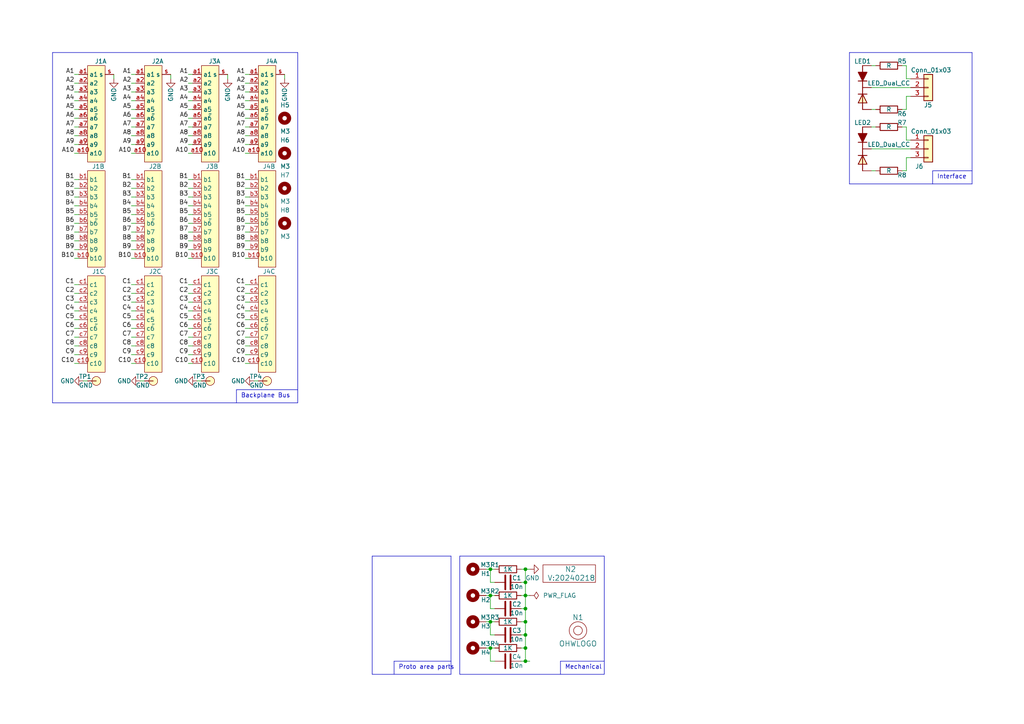
<source format=kicad_sch>
(kicad_sch (version 20231120) (generator "eeschema") (generator_version "8.0")
  (paper "A4")
  (lib_symbols
    (symbol "Connector_Generic:Conn_01x03" (pin_names (offset 1.016) hide)
      (property "Reference" "J" (at 0 5.08 0))
      (property "Value" "Conn_01x03" (at 0 -5.08 0))
      (symbol "Conn_01x03_1_1"
        (rectangle (start -1.27 -2.413) (end 0 -2.667) (stroke (width 0.1524)))
        (rectangle (start -1.27 0.127) (end 0 -0.127) (stroke (width 0.1524)))
        (rectangle (start -1.27 2.667) (end 0 2.413) (stroke (width 0.1524)))
        (rectangle (start -1.27 3.81) (end 1.27 -3.81) (stroke (width 0.254)) (fill (type background)))
        (pin passive line (at -5.08 2.54 0) (length 3.81) (name "Pin_1") (number "1"))
        (pin passive line (at -5.08 0 0) (length 3.81) (name "Pin_2") (number "2"))
        (pin passive line (at -5.08 -2.54 0) (length 3.81) (name "Pin_3") (number "3"))
      )
    )
    (symbol "Device:C" (pin_numbers hide) (pin_names (offset 0.254))
      (property "Reference" "C" (at 0.635 2.54 0))
      (property "Value" "C" (at 0.635 -2.54 0))
      (symbol "C_0_1"
        (polyline (pts (xy -2.032 -0.762) (xy 2.032 -0.762)) (stroke (width 0.508)))
        (polyline (pts (xy -2.032 0.762) (xy 2.032 0.762)) (stroke (width 0.508)))
      )
      (symbol "C_1_1"
        (pin passive line (at 0 3.81 270) (length 2.794) (name "~") (number "1"))
        (pin passive line (at 0 -3.81 90) (length 2.794) (name "~") (number "2"))
      )
    )
    (symbol "Device:R" (pin_numbers hide) (pin_names (offset 0))
      (property "Reference" "R" (at 2.032 0 90))
      (property "Value" "R" (at 0 0 90))
      (symbol "R_0_1"
        (rectangle (start -1.016 -2.54) (end 1.016 2.54) (stroke (width 0.254)))
      )
      (symbol "R_1_1"
        (pin passive line (at 0 3.81 270) (length 1.27) (name "~") (number "1"))
        (pin passive line (at 0 -3.81 90) (length 1.27) (name "~") (number "2"))
      )
    )
    (symbol "Mechanical:MountingHole" (pin_names (offset 1.016))
      (property "Reference" "H" (at 0 5.08 0))
      (property "Value" "MountingHole" (at 0 3.175 0))
      (symbol "MountingHole_0_1"
        (circle (center 0 0) (radius 1.27) (stroke (width 1.27)))
      )
    )
    (symbol "Mechanical:MountingHole_Pad" (pin_numbers hide) (pin_names (offset 1.016) hide)
      (property "Reference" "H" (at 0 6.35 0))
      (property "Value" "MountingHole_Pad" (at 0 4.445 0))
      (symbol "MountingHole_Pad_0_1"
        (circle (center 0 1.27) (radius 1.27) (stroke (width 1.27)))
      )
      (symbol "MountingHole_Pad_1_1"
        (pin input line (at 0 -2.54 90) (length 2.54) (name "1") (number "1"))
      )
    )
    (symbol "SquantorConnectors:DIN41612_03x10_ABC_screws"
      (property "Reference" "J" (at 0 15.24 0))
      (symbol "DIN41612_03x10_ABC_screws_1_1"
        (rectangle (start -2.54 13.97) (end 2.54 -13.97) (fill (type background)))
        (pin passive line (at -5.08 11.43 0) (length 2.54) (name "a1") (number "a1"))
        (pin passive line (at -5.08 -11.43 0) (length 2.54) (name "a10") (number "a10"))
        (pin passive line (at -5.08 8.89 0) (length 2.54) (name "a2") (number "a2"))
        (pin passive line (at -5.08 6.35 0) (length 2.54) (name "a3") (number "a3"))
        (pin passive line (at -5.08 3.81 0) (length 2.54) (name "a4") (number "a4"))
        (pin passive line (at -5.08 1.27 0) (length 2.54) (name "a5") (number "a5"))
        (pin passive line (at -5.08 -1.27 0) (length 2.54) (name "a6") (number "a6"))
        (pin passive line (at -5.08 -3.81 0) (length 2.54) (name "a7") (number "a7"))
        (pin passive line (at -5.08 -6.35 0) (length 2.54) (name "a8") (number "a8"))
        (pin passive line (at -5.08 -8.89 0) (length 2.54) (name "a9") (number "a9"))
        (pin passive line (at 5.08 11.43 180) (length 2.54) (name "s") (number "s"))
      )
      (symbol "DIN41612_03x10_ABC_screws_2_1"
        (rectangle (start -2.54 13.97) (end 2.54 -13.97) (fill (type background)))
        (pin passive line (at -5.08 11.43 0) (length 2.54) (name "b1") (number "b1"))
        (pin passive line (at -5.08 -11.43 0) (length 2.54) (name "b10") (number "b10"))
        (pin passive line (at -5.08 8.89 0) (length 2.54) (name "b2") (number "b2"))
        (pin passive line (at -5.08 6.35 0) (length 2.54) (name "b3") (number "b3"))
        (pin passive line (at -5.08 3.81 0) (length 2.54) (name "b4") (number "b4"))
        (pin passive line (at -5.08 1.27 0) (length 2.54) (name "b5") (number "b5"))
        (pin passive line (at -5.08 -1.27 0) (length 2.54) (name "b6") (number "b6"))
        (pin passive line (at -5.08 -3.81 0) (length 2.54) (name "b7") (number "b7"))
        (pin passive line (at -5.08 -6.35 0) (length 2.54) (name "b8") (number "b8"))
        (pin passive line (at -5.08 -8.89 0) (length 2.54) (name "b9") (number "b9"))
      )
      (symbol "DIN41612_03x10_ABC_screws_3_1"
        (rectangle (start -2.54 13.97) (end 2.54 -13.97) (fill (type background)))
        (pin passive line (at -5.08 11.43 0) (length 2.54) (name "c1") (number "c1"))
        (pin passive line (at -5.08 -11.43 0) (length 2.54) (name "c10") (number "c10"))
        (pin passive line (at -5.08 8.89 0) (length 2.54) (name "c2") (number "c2"))
        (pin passive line (at -5.08 6.35 0) (length 2.54) (name "c3") (number "c3"))
        (pin passive line (at -5.08 3.81 0) (length 2.54) (name "c4") (number "c4"))
        (pin passive line (at -5.08 1.27 0) (length 2.54) (name "c5") (number "c5"))
        (pin passive line (at -5.08 -1.27 0) (length 2.54) (name "c6") (number "c6"))
        (pin passive line (at -5.08 -3.81 0) (length 2.54) (name "c7") (number "c7"))
        (pin passive line (at -5.08 -6.35 0) (length 2.54) (name "c8") (number "c8"))
        (pin passive line (at -5.08 -8.89 0) (length 2.54) (name "c9") (number "c9"))
      )
    )
    (symbol "SquantorDevice:LED_Dual_CC" (pin_numbers hide) (pin_names hide)
      (property "Reference" "LED" (at 0 8.89 0))
      (property "Value" "LED_Dual_CC" (at 0 -8.89 0))
      (symbol "LED_Dual_CC_0_1"
        (polyline (pts (xy -1.27 -1.905) (xy 1.27 -1.905)) (stroke (width 0.254)))
        (polyline (pts (xy -1.27 1.905) (xy 1.27 1.905)) (stroke (width 0.254)))
        (polyline (pts (xy 0 6.35) (xy 0 -6.35)) (stroke (width 0.254)))
        (polyline (pts (xy 0 -1.905) (xy -1.27 -4.445) (xy 1.27 -4.445) (xy 0 -1.905)) (stroke (width 0.254)) (fill (type background)))
        (polyline (pts (xy 0 1.905) (xy 1.27 4.445) (xy -1.27 4.445) (xy 0 1.905)) (stroke (width 0.254)) (fill (type outline)))
      )
      (symbol "LED_Dual_CC_1_1"
        (pin passive line (at -2.54 6.35 0) (length 2.54) (name "A1") (number "1"))
        (pin passive line (at -2.54 0 0) (length 2.54) (name "C") (number "2"))
        (pin passive line (at -2.54 -6.35 0) (length 2.54) (name "A2") (number "3"))
      )
    )
    (symbol "SquantorLabels:OHWLOGO" (pin_names (offset 1.016))
      (property "Reference" "N" (at 0 3.81 0))
      (property "Value" "OHWLOGO" (at 0 -3.81 0))
      (symbol "OHWLOGO_0_1"
        (circle (center 0 0) (radius 1.27))
        (circle (center 0 0) (radius 2.54))
      )
    )
    (symbol "SquantorLabels:VYYYYMMDD" (pin_names (offset 1.016))
      (property "Reference" "N" (at 0 2.54 0))
      (property "Value" "VYYYYMMDD" (at 0 0 0))
      (symbol "VYYYYMMDD_0_1"
        (rectangle (start 7.62 -1.27) (end -7.62 3.81))
      )
    )
    (symbol "SquantorProto:testpad" (pin_numbers hide) (pin_names (offset 1.016) hide)
      (property "Reference" "TP" (at 0 2.54 0))
      (property "Value" "testpad" (at 0 -2.54 0))
      (symbol "testpad_0_1"
        (circle (center 0 0) (radius 1.27) (fill (type background)))
      )
      (symbol "testpad_1_1"
        (pin passive line (at -2.54 0 0) (length 2.54) (name "1") (number "1"))
      )
    )
    (symbol "power:GND" (power) (pin_names (offset 0))
      (property "Value" "GND" (at 0 -3.81 0))
      (symbol "GND_0_1"
        (polyline (pts (xy 0 0) (xy 0 -1.27) (xy 1.27 -1.27) (xy 0 -2.54) (xy -1.27 -1.27) (xy 0 -1.27)))
      )
      (symbol "GND_1_1"
        (pin power_in line (at 0 0 270) (length 0) hide (name "GND") (number "1"))
      )
    )
    (symbol "power:PWR_FLAG" (power) (pin_numbers hide) (pin_names (offset 0) hide)
      (property "Value" "PWR_FLAG" (at 0 3.81 0))
      (symbol "PWR_FLAG_0_0"
        (pin power_out line (at 0 0 90) (length 0) (name "pwr") (number "1"))
      )
      (symbol "PWR_FLAG_0_1"
        (polyline (pts (xy 0 0) (xy 0 1.27) (xy -1.016 1.905) (xy 0 2.54) (xy 1.016 1.905) (xy 0 1.27)))
      )
    )
  )
  (junction (at 152.4 172.72))
  (junction (at 142.24 165.1))
  (junction (at 152.4 187.96))
  (junction (at 142.24 187.96))
  (junction (at 142.24 180.34))
  (junction (at 152.4 180.34))
  (junction (at 152.4 165.1))
  (junction (at 152.4 168.91))
  (junction (at 152.4 191.77))
  (junction (at 152.4 184.15))
  (junction (at 152.4 176.53))
  (junction (at 142.24 172.72))
  (wire (pts (xy 38.1 100.33) (xy 39.37 100.33)))
  (wire (pts (xy 71.12 24.13) (xy 72.39 24.13)))
  (wire (pts (xy 152.4 191.77) (xy 153.67 191.77)))
  (wire (pts (xy 252.73 49.53) (xy 254 49.53)))
  (wire (pts (xy 152.4 172.72) (xy 152.4 176.53)))
  (wire (pts (xy 71.12 102.87) (xy 72.39 102.87)))
  (wire (pts (xy 54.61 69.85) (xy 55.88 69.85)))
  (wire (pts (xy 54.61 95.25) (xy 55.88 95.25)))
  (wire (pts (xy 262.89 49.53) (xy 262.89 45.72)))
  (polyline (pts (xy 86.36 113.03) (xy 68.58 113.03)))
  (wire (pts (xy 71.12 59.69) (xy 72.39 59.69)))
  (wire (pts (xy 38.1 29.21) (xy 39.37 29.21)))
  (wire (pts (xy 71.12 87.63) (xy 72.39 87.63)))
  (wire (pts (xy 71.12 34.29) (xy 72.39 34.29)))
  (wire (pts (xy 71.12 105.41) (xy 72.39 105.41)))
  (wire (pts (xy 262.89 36.83) (xy 261.62 36.83)))
  (wire (pts (xy 71.12 57.15) (xy 72.39 57.15)))
  (wire (pts (xy 38.1 72.39) (xy 39.37 72.39)))
  (wire (pts (xy 38.1 21.59) (xy 39.37 21.59)))
  (wire (pts (xy 49.53 21.59) (xy 49.53 22.86)))
  (polyline (pts (xy 270.51 49.53) (xy 270.51 53.34)))
  (wire (pts (xy 54.61 62.23) (xy 55.88 62.23)))
  (wire (pts (xy 54.61 64.77) (xy 55.88 64.77)))
  (wire (pts (xy 38.1 64.77) (xy 39.37 64.77)))
  (wire (pts (xy 71.12 90.17) (xy 72.39 90.17)))
  (polyline (pts (xy 162.56 195.58) (xy 162.56 191.77)))
  (polyline (pts (xy 114.3 191.77) (xy 114.3 195.58)))
  (wire (pts (xy 21.59 85.09) (xy 22.86 85.09)))
  (wire (pts (xy 21.59 21.59) (xy 22.86 21.59)))
  (wire (pts (xy 142.24 180.34) (xy 143.51 180.34)))
  (wire (pts (xy 151.13 184.15) (xy 152.4 184.15)))
  (wire (pts (xy 21.59 82.55) (xy 22.86 82.55)))
  (wire (pts (xy 21.59 59.69) (xy 22.86 59.69)))
  (polyline (pts (xy 281.94 53.34) (xy 281.94 15.24)))
  (wire (pts (xy 262.89 31.75) (xy 262.89 27.94)))
  (wire (pts (xy 21.59 41.91) (xy 22.86 41.91)))
  (wire (pts (xy 21.59 100.33) (xy 22.86 100.33)))
  (wire (pts (xy 262.89 45.72) (xy 264.16 45.72)))
  (wire (pts (xy 143.51 168.91) (xy 142.24 168.91)))
  (wire (pts (xy 21.59 31.75) (xy 22.86 31.75)))
  (wire (pts (xy 71.12 92.71) (xy 72.39 92.71)))
  (wire (pts (xy 152.4 172.72) (xy 153.67 172.72)))
  (wire (pts (xy 71.12 69.85) (xy 72.39 69.85)))
  (wire (pts (xy 54.61 31.75) (xy 55.88 31.75)))
  (wire (pts (xy 71.12 36.83) (xy 72.39 36.83)))
  (wire (pts (xy 38.1 52.07) (xy 39.37 52.07)))
  (wire (pts (xy 71.12 64.77) (xy 72.39 64.77)))
  (polyline (pts (xy 175.26 195.58) (xy 175.26 161.29)))
  (wire (pts (xy 152.4 176.53) (xy 152.4 180.34)))
  (wire (pts (xy 71.12 95.25) (xy 72.39 95.25)))
  (wire (pts (xy 252.73 25.4) (xy 264.16 25.4)))
  (wire (pts (xy 142.24 191.77) (xy 142.24 187.96)))
  (wire (pts (xy 21.59 72.39) (xy 22.86 72.39)))
  (wire (pts (xy 262.89 22.86) (xy 262.89 19.05)))
  (wire (pts (xy 54.61 26.67) (xy 55.88 26.67)))
  (wire (pts (xy 21.59 90.17) (xy 22.86 90.17)))
  (wire (pts (xy 142.24 165.1) (xy 143.51 165.1)))
  (wire (pts (xy 143.51 176.53) (xy 142.24 176.53)))
  (wire (pts (xy 71.12 85.09) (xy 72.39 85.09)))
  (wire (pts (xy 38.1 39.37) (xy 39.37 39.37)))
  (wire (pts (xy 21.59 87.63) (xy 22.86 87.63)))
  (wire (pts (xy 71.12 44.45) (xy 72.39 44.45)))
  (wire (pts (xy 21.59 62.23) (xy 22.86 62.23)))
  (wire (pts (xy 38.1 59.69) (xy 39.37 59.69)))
  (wire (pts (xy 71.12 100.33) (xy 72.39 100.33)))
  (wire (pts (xy 38.1 62.23) (xy 39.37 62.23)))
  (wire (pts (xy 54.61 54.61) (xy 55.88 54.61)))
  (wire (pts (xy 38.1 54.61) (xy 39.37 54.61)))
  (wire (pts (xy 54.61 90.17) (xy 55.88 90.17)))
  (wire (pts (xy 54.61 102.87) (xy 55.88 102.87)))
  (wire (pts (xy 142.24 184.15) (xy 143.51 184.15)))
  (wire (pts (xy 71.12 31.75) (xy 72.39 31.75)))
  (wire (pts (xy 38.1 36.83) (xy 39.37 36.83)))
  (wire (pts (xy 38.1 95.25) (xy 39.37 95.25)))
  (wire (pts (xy 38.1 67.31) (xy 39.37 67.31)))
  (wire (pts (xy 38.1 102.87) (xy 39.37 102.87)))
  (wire (pts (xy 66.04 21.59) (xy 66.04 22.86)))
  (wire (pts (xy 54.61 74.93) (xy 55.88 74.93)))
  (wire (pts (xy 252.73 36.83) (xy 254 36.83)))
  (wire (pts (xy 21.59 52.07) (xy 22.86 52.07)))
  (wire (pts (xy 252.73 19.05) (xy 254 19.05)))
  (wire (pts (xy 54.61 72.39) (xy 55.88 72.39)))
  (wire (pts (xy 142.24 172.72) (xy 142.24 176.53)))
  (wire (pts (xy 71.12 82.55) (xy 72.39 82.55)))
  (wire (pts (xy 54.61 29.21) (xy 55.88 29.21)))
  (polyline (pts (xy 130.81 195.58) (xy 107.95 195.58)))
  (wire (pts (xy 71.12 26.67) (xy 72.39 26.67)))
  (wire (pts (xy 73.66 110.49) (xy 74.93 110.49)))
  (wire (pts (xy 21.59 67.31) (xy 22.86 67.31)))
  (wire (pts (xy 21.59 95.25) (xy 22.86 95.25)))
  (wire (pts (xy 151.13 187.96) (xy 152.4 187.96)))
  (wire (pts (xy 152.4 187.96) (xy 152.4 191.77)))
  (wire (pts (xy 54.61 36.83) (xy 55.88 36.83)))
  (wire (pts (xy 152.4 168.91) (xy 152.4 165.1)))
  (wire (pts (xy 54.61 85.09) (xy 55.88 85.09)))
  (wire (pts (xy 142.24 172.72) (xy 143.51 172.72)))
  (wire (pts (xy 40.64 110.49) (xy 41.91 110.49)))
  (wire (pts (xy 38.1 34.29) (xy 39.37 34.29)))
  (wire (pts (xy 142.24 187.96) (xy 143.51 187.96)))
  (wire (pts (xy 21.59 44.45) (xy 22.86 44.45)))
  (polyline (pts (xy 162.56 191.77) (xy 175.26 191.77)))
  (wire (pts (xy 57.15 110.49) (xy 58.42 110.49)))
  (wire (pts (xy 264.16 40.64) (xy 262.89 40.64)))
  (wire (pts (xy 264.16 22.86) (xy 262.89 22.86)))
  (wire (pts (xy 262.89 27.94) (xy 264.16 27.94)))
  (wire (pts (xy 38.1 24.13) (xy 39.37 24.13)))
  (wire (pts (xy 38.1 41.91) (xy 39.37 41.91)))
  (polyline (pts (xy 246.38 53.34) (xy 281.94 53.34)))
  (wire (pts (xy 21.59 26.67) (xy 22.86 26.67)))
  (wire (pts (xy 262.89 19.05) (xy 261.62 19.05)))
  (wire (pts (xy 21.59 54.61) (xy 22.86 54.61)))
  (wire (pts (xy 71.12 67.31) (xy 72.39 67.31)))
  (wire (pts (xy 71.12 74.93) (xy 72.39 74.93)))
  (wire (pts (xy 38.1 85.09) (xy 39.37 85.09)))
  (wire (pts (xy 54.61 21.59) (xy 55.88 21.59)))
  (wire (pts (xy 54.61 97.79) (xy 55.88 97.79)))
  (wire (pts (xy 54.61 82.55) (xy 55.88 82.55)))
  (wire (pts (xy 151.13 172.72) (xy 152.4 172.72)))
  (wire (pts (xy 38.1 31.75) (xy 39.37 31.75)))
  (wire (pts (xy 252.73 31.75) (xy 254 31.75)))
  (wire (pts (xy 142.24 168.91) (xy 142.24 165.1)))
  (wire (pts (xy 152.4 184.15) (xy 152.4 187.96)))
  (polyline (pts (xy 15.24 15.24) (xy 15.24 116.84)))
  (wire (pts (xy 21.59 24.13) (xy 22.86 24.13)))
  (polyline (pts (xy 133.35 161.29) (xy 133.35 195.58)))
  (wire (pts (xy 54.61 100.33) (xy 55.88 100.33)))
  (wire (pts (xy 71.12 54.61) (xy 72.39 54.61)))
  (wire (pts (xy 142.24 180.34) (xy 142.24 184.15)))
  (wire (pts (xy 140.97 187.96) (xy 142.24 187.96)))
  (wire (pts (xy 152.4 191.77) (xy 151.13 191.77)))
  (wire (pts (xy 38.1 57.15) (xy 39.37 57.15)))
  (wire (pts (xy 71.12 72.39) (xy 72.39 72.39)))
  (wire (pts (xy 21.59 97.79) (xy 22.86 97.79)))
  (polyline (pts (xy 281.94 49.53) (xy 270.51 49.53)))
  (wire (pts (xy 262.89 40.64) (xy 262.89 36.83)))
  (wire (pts (xy 151.13 176.53) (xy 152.4 176.53)))
  (polyline (pts (xy 86.36 15.24) (xy 86.36 116.84)))
  (wire (pts (xy 21.59 105.41) (xy 22.86 105.41)))
  (wire (pts (xy 33.02 21.59) (xy 33.02 22.86)))
  (wire (pts (xy 71.12 29.21) (xy 72.39 29.21)))
  (wire (pts (xy 38.1 44.45) (xy 39.37 44.45)))
  (wire (pts (xy 143.51 191.77) (xy 142.24 191.77)))
  (wire (pts (xy 21.59 34.29) (xy 22.86 34.29)))
  (wire (pts (xy 38.1 26.67) (xy 39.37 26.67)))
  (polyline (pts (xy 15.24 15.24) (xy 86.36 15.24)))
  (wire (pts (xy 54.61 57.15) (xy 55.88 57.15)))
  (wire (pts (xy 140.97 165.1) (xy 142.24 165.1)))
  (polyline (pts (xy 130.81 191.77) (xy 114.3 191.77)))
  (wire (pts (xy 21.59 39.37) (xy 22.86 39.37)))
  (polyline (pts (xy 107.95 195.58) (xy 107.95 161.29)))
  (wire (pts (xy 21.59 57.15) (xy 22.86 57.15)))
  (polyline (pts (xy 175.26 161.29) (xy 133.35 161.29)))
  (wire (pts (xy 152.4 168.91) (xy 152.4 172.72)))
  (wire (pts (xy 21.59 36.83) (xy 22.86 36.83)))
  (wire (pts (xy 140.97 172.72) (xy 142.24 172.72)))
  (polyline (pts (xy 107.95 161.29) (xy 130.81 161.29)))
  (wire (pts (xy 38.1 82.55) (xy 39.37 82.55)))
  (polyline (pts (xy 246.38 15.24) (xy 246.38 53.34)))
  (wire (pts (xy 38.1 69.85) (xy 39.37 69.85)))
  (wire (pts (xy 71.12 21.59) (xy 72.39 21.59)))
  (wire (pts (xy 54.61 67.31) (xy 55.88 67.31)))
  (wire (pts (xy 71.12 62.23) (xy 72.39 62.23)))
  (wire (pts (xy 82.55 21.59) (xy 82.55 22.86)))
  (wire (pts (xy 54.61 92.71) (xy 55.88 92.71)))
  (wire (pts (xy 71.12 39.37) (xy 72.39 39.37)))
  (wire (pts (xy 21.59 102.87) (xy 22.86 102.87)))
  (wire (pts (xy 152.4 165.1) (xy 153.67 165.1)))
  (wire (pts (xy 54.61 44.45) (xy 55.88 44.45)))
  (wire (pts (xy 71.12 41.91) (xy 72.39 41.91)))
  (polyline (pts (xy 68.58 113.03) (xy 68.58 116.84)))
  (wire (pts (xy 38.1 97.79) (xy 39.37 97.79)))
  (wire (pts (xy 261.62 49.53) (xy 262.89 49.53)))
  (wire (pts (xy 54.61 52.07) (xy 55.88 52.07)))
  (wire (pts (xy 38.1 92.71) (xy 39.37 92.71)))
  (wire (pts (xy 54.61 41.91) (xy 55.88 41.91)))
  (wire (pts (xy 38.1 105.41) (xy 39.37 105.41)))
  (polyline (pts (xy 133.35 195.58) (xy 175.26 195.58)))
  (wire (pts (xy 152.4 180.34) (xy 152.4 184.15)))
  (wire (pts (xy 21.59 29.21) (xy 22.86 29.21)))
  (wire (pts (xy 38.1 90.17) (xy 39.37 90.17)))
  (wire (pts (xy 261.62 31.75) (xy 262.89 31.75)))
  (wire (pts (xy 24.13 110.49) (xy 25.4 110.49)))
  (wire (pts (xy 252.73 43.18) (xy 264.16 43.18)))
  (wire (pts (xy 140.97 180.34) (xy 142.24 180.34)))
  (wire (pts (xy 21.59 69.85) (xy 22.86 69.85)))
  (wire (pts (xy 151.13 180.34) (xy 152.4 180.34)))
  (wire (pts (xy 38.1 74.93) (xy 39.37 74.93)))
  (wire (pts (xy 151.13 168.91) (xy 152.4 168.91)))
  (wire (pts (xy 21.59 74.93) (xy 22.86 74.93)))
  (wire (pts (xy 54.61 59.69) (xy 55.88 59.69)))
  (polyline (pts (xy 281.94 15.24) (xy 246.38 15.24)))
  (wire (pts (xy 54.61 39.37) (xy 55.88 39.37)))
  (wire (pts (xy 21.59 64.77) (xy 22.86 64.77)))
  (wire (pts (xy 54.61 24.13) (xy 55.88 24.13)))
  (polyline (pts (xy 86.36 116.84) (xy 15.24 116.84)))
  (wire (pts (xy 38.1 87.63) (xy 39.37 87.63)))
  (polyline (pts (xy 130.81 161.29) (xy 130.81 195.58)))
  (wire (pts (xy 21.59 92.71) (xy 22.86 92.71)))
  (wire (pts (xy 54.61 105.41) (xy 55.88 105.41)))
  (wire (pts (xy 151.13 165.1) (xy 152.4 165.1)))
  (wire (pts (xy 71.12 97.79) (xy 72.39 97.79)))
  (wire (pts (xy 54.61 87.63) (xy 55.88 87.63)))
  (wire (pts (xy 54.61 34.29) (xy 55.88 34.29)))
  (wire (pts (xy 71.12 52.07) (xy 72.39 52.07)))
  (text "Proto area parts" (at 115.57 194.31 0) (effects (font (size 1.27 1.27)) (justify left bottom)))
  (text "Mechanical" (at 163.83 194.31 0) (effects (font (size 1.27 1.27)) (justify left bottom)))
  (text "Interface" (at 271.78 52.07 0) (effects (font (size 1.27 1.27)) (justify left bottom)))
  (text "Backplane Bus" (at 69.85 115.57 0) (effects (font (size 1.27 1.27)) (justify left bottom)))
  (label "B5" (at 71.12 62.23 180))
  (label "A10" (at 21.59 44.45 180))
  (label "B1" (at 71.12 52.07 180))
  (label "B8" (at 21.59 69.85 180))
  (label "A10" (at 38.1 44.45 180))
  (label "B8" (at 38.1 69.85 180))
  (label "B1" (at 21.59 52.07 180))
  (label "C10" (at 21.59 105.41 180))
  (label "C2" (at 71.12 85.09 180))
  (label "B2" (at 71.12 54.61 180))
  (label "A1" (at 21.59 21.59 180))
  (label "C2" (at 38.1 85.09 180))
  (label "C2" (at 54.61 85.09 180))
  (label "A4" (at 21.59 29.21 180))
  (label "A9" (at 21.59 41.91 180))
  (label "B3" (at 38.1 57.15 180))
  (label "C8" (at 38.1 100.33 180))
  (label "B3" (at 21.59 57.15 180))
  (label "A3" (at 71.12 26.67 180))
  (label "C8" (at 54.61 100.33 180))
  (label "C5" (at 71.12 92.71 180))
  (label "A3" (at 54.61 26.67 180))
  (label "A2" (at 54.61 24.13 180))
  (label "C3" (at 54.61 87.63 180))
  (label "A6" (at 21.59 34.29 180))
  (label "C1" (at 21.59 82.55 180))
  (label "B4" (at 38.1 59.69 180))
  (label "C4" (at 38.1 90.17 180))
  (label "C10" (at 71.12 105.41 180))
  (label "C3" (at 38.1 87.63 180))
  (label "C5" (at 38.1 92.71 180))
  (label "B10" (at 21.59 74.93 180))
  (label "C10" (at 54.61 105.41 180))
  (label "A4" (at 54.61 29.21 180))
  (label "A1" (at 71.12 21.59 180))
  (label "A5" (at 71.12 31.75 180))
  (label "A6" (at 71.12 34.29 180))
  (label "A3" (at 38.1 26.67 180))
  (label "C7" (at 71.12 97.79 180))
  (label "C9" (at 71.12 102.87 180))
  (label "C3" (at 71.12 87.63 180))
  (label "C5" (at 54.61 92.71 180))
  (label "A3" (at 21.59 26.67 180))
  (label "A2" (at 38.1 24.13 180))
  (label "B5" (at 38.1 62.23 180))
  (label "A2" (at 71.12 24.13 180))
  (label "B2" (at 38.1 54.61 180))
  (label "B8" (at 71.12 69.85 180))
  (label "C9" (at 38.1 102.87 180))
  (label "A9" (at 71.12 41.91 180))
  (label "C2" (at 21.59 85.09 180))
  (label "A5" (at 21.59 31.75 180))
  (label "C1" (at 71.12 82.55 180))
  (label "B9" (at 71.12 72.39 180))
  (label "A5" (at 38.1 31.75 180))
  (label "C6" (at 21.59 95.25 180))
  (label "A6" (at 38.1 34.29 180))
  (label "B10" (at 71.12 74.93 180))
  (label "B2" (at 54.61 54.61 180))
  (label "B1" (at 38.1 52.07 180))
  (label "B7" (at 54.61 67.31 180))
  (label "B6" (at 71.12 64.77 180))
  (label "A6" (at 54.61 34.29 180))
  (label "C9" (at 54.61 102.87 180))
  (label "B4" (at 71.12 59.69 180))
  (label "B5" (at 54.61 62.23 180))
  (label "A7" (at 38.1 36.83 180))
  (label "C9" (at 21.59 102.87 180))
  (label "C8" (at 21.59 100.33 180))
  (label "C4" (at 21.59 90.17 180))
  (label "C1" (at 38.1 82.55 180))
  (label "A2" (at 21.59 24.13 180))
  (label "C10" (at 38.1 105.41 180))
  (label "A8" (at 71.12 39.37 180))
  (label "B7" (at 38.1 67.31 180))
  (label "C6" (at 54.61 95.25 180))
  (label "B2" (at 21.59 54.61 180))
  (label "A7" (at 71.12 36.83 180))
  (label "A10" (at 54.61 44.45 180))
  (label "B3" (at 71.12 57.15 180))
  (label "B6" (at 21.59 64.77 180))
  (label "A4" (at 38.1 29.21 180))
  (label "A8" (at 54.61 39.37 180))
  (label "A9" (at 38.1 41.91 180))
  (label "C4" (at 71.12 90.17 180))
  (label "B8" (at 54.61 69.85 180))
  (label "B10" (at 54.61 74.93 180))
  (label "A1" (at 38.1 21.59 180))
  (label "B6" (at 54.61 64.77 180))
  (label "C5" (at 21.59 92.71 180))
  (label "A7" (at 54.61 36.83 180))
  (label "C7" (at 21.59 97.79 180))
  (label "A8" (at 38.1 39.37 180))
  (label "B9" (at 54.61 72.39 180))
  (label "C3" (at 21.59 87.63 180))
  (label "C7" (at 54.61 97.79 180))
  (label "B6" (at 38.1 64.77 180))
  (label "A4" (at 71.12 29.21 180))
  (label "B9" (at 21.59 72.39 180))
  (label "C7" (at 38.1 97.79 180))
  (label "C6" (at 71.12 95.25 180))
  (label "B5" (at 21.59 62.23 180))
  (label "B3" (at 54.61 57.15 180))
  (label "B7" (at 71.12 67.31 180))
  (label "A10" (at 71.12 44.45 180))
  (label "B4" (at 54.61 59.69 180))
  (label "C8" (at 71.12 100.33 180))
  (label "A9" (at 54.61 41.91 180))
  (label "A5" (at 54.61 31.75 180))
  (label "C1" (at 54.61 82.55 180))
  (label "B10" (at 38.1 74.93 180))
  (label "B9" (at 38.1 72.39 180))
  (label "A8" (at 21.59 39.37 180))
  (label "A7" (at 21.59 36.83 180))
  (label "B4" (at 21.59 59.69 180))
  (label "B7" (at 21.59 67.31 180))
  (label "C6" (at 38.1 95.25 180))
  (label "A1" (at 54.61 21.59 180))
  (label "B1" (at 54.61 52.07 180))
  (label "C4" (at 54.61 90.17 180))
  (symbol (lib_id "SquantorLabels:OHWLOGO") (at 167.64 182.88 0) (unit 1)
    (property "Reference" "N1" (at 167.64 179.07 0) (effects (font (size 1.524 1.524))))
    (property "Value" "OHWLOGO" (at 167.64 186.69 0) (effects (font (size 1.524 1.524))))
    (property "Footprint" "Symbol:OSHW-Symbol_6.7x6mm_SilkScreen" (effects (hide yes)))
  )
  (symbol (lib_id "SquantorLabels:VYYYYMMDD") (at 165.1 167.64 0) (unit 1)
    (property "Reference" "N2" (at 163.83 165.1 0) (effects (font (size 1.524 1.524)) (justify left)))
    (property "Value" "V:20240218" (at 158.75 167.64 0) (effects (font (size 1.524 1.524)) (justify left)))
    (property "Footprint" "SquantorLabels:Label_Generic" (effects (hide yes)))
  )
  (symbol (lib_id "Mechanical:MountingHole_Pad") (at 138.43 165.1 90) (unit 1)
    (property "Reference" "H1" (at 142.24 166.37 90) (effects (justify left)))
    (property "Value" "M3" (at 142.24 163.83 90) (effects (justify left)))
    (property "Footprint" "SquantorPcbOutline:MountingHole_3.2mm_M3_Pad_Via" (effects (hide yes)))
  )
  (symbol (lib_id "Mechanical:MountingHole_Pad") (at 138.43 172.72 90) (unit 1)
    (property "Reference" "H2" (at 142.24 173.99 90) (effects (justify left)))
    (property "Value" "M3" (at 142.24 171.45 90) (effects (justify left)))
    (property "Footprint" "SquantorPcbOutline:MountingHole_3.2mm_M3_Pad_Via" (effects (hide yes)))
  )
  (symbol (lib_id "Mechanical:MountingHole_Pad") (at 138.43 180.34 90) (unit 1)
    (property "Reference" "H3" (at 142.24 181.61 90) (effects (justify left)))
    (property "Value" "M3" (at 142.24 179.07 90) (effects (justify left)))
    (property "Footprint" "SquantorPcbOutline:MountingHole_3.2mm_M3_Pad_Via" (effects (hide yes)))
  )
  (symbol (lib_id "Mechanical:MountingHole_Pad") (at 138.43 187.96 90) (unit 1)
    (property "Reference" "H4" (at 142.24 189.23 90) (effects (justify left)))
    (property "Value" "M3" (at 142.24 186.69 90) (effects (justify left)))
    (property "Footprint" "SquantorPcbOutline:MountingHole_3.2mm_M3_Pad_Via" (effects (hide yes)))
  )
  (symbol (lib_id "power:GND") (at 73.66 110.49 270) (mirror x) (unit 1)
    (property "Reference" "#PWR08" (effects (hide yes)))
    (property "Value" "GND" (at 71.12 110.49 90) (effects (justify right)))
  )
  (symbol (lib_id "SquantorConnectors:DIN41612_03x10_ABC_screws") (at 44.45 33.02 0) (unit 1)
    (property "Reference" "J2" (at 45.72 17.78 0))
    (property "Value" "~" (at 44.45 33.02 0))
    (property "Footprint" "SquantorConnectors:DIN41612_C3_3x10_Female_Vertical_THT_shields" (effects (hide yes)))
  )
  (symbol (lib_id "Mechanical:MountingHole") (at 82.55 54.61 0) (unit 1)
    (property "Reference" "H7" (at 81.28 50.8 0) (effects (justify left)))
    (property "Value" "M3" (at 81.28 58.42 0) (effects (justify left)))
    (property "Footprint" "SquantorPcbOutline:MountingHole_3.2mm_M3_Pad_Via" (effects (hide yes)))
  )
  (symbol (lib_id "Device:C") (at 147.32 176.53 90) (unit 1)
    (property "Reference" "C2" (at 149.86 175.26 90))
    (property "Value" "10n" (at 149.86 177.8 90))
    (property "Footprint" "SquantorCapacitor:C_0805+0603" (effects (hide yes)))
  )
  (symbol (lib_id "SquantorConnectors:DIN41612_03x10_ABC_screws") (at 27.94 93.98 0) (unit 3)
    (property "Reference" "J1" (at 26.67 78.74 0) (effects (justify left)))
    (property "Value" "~" (at 27.94 93.98 0))
    (property "Footprint" "SquantorConnectors:DIN41612_C3_3x10_Female_Vertical_THT_shields" (effects (hide yes)))
  )
  (symbol (lib_id "SquantorConnectors:DIN41612_03x10_ABC_screws") (at 60.96 33.02 0) (unit 1)
    (property "Reference" "J3" (at 62.23 17.78 0))
    (property "Value" "~" (at 60.96 33.02 0))
    (property "Footprint" "SquantorConnectors:DIN41612_C3_3x10_Female_Vertical_THT_shields" (effects (hide yes)))
  )
  (symbol (lib_id "Mechanical:MountingHole") (at 82.55 34.29 0) (unit 1)
    (property "Reference" "H5" (at 81.28 30.48 0) (effects (justify left)))
    (property "Value" "M3" (at 81.28 38.1 0) (effects (justify left)))
    (property "Footprint" "SquantorPcbOutline:MountingHole_3.2mm_M3_Pad_Via" (effects (hide yes)))
  )
  (symbol (lib_id "Device:C") (at 147.32 184.15 90) (unit 1)
    (property "Reference" "C3" (at 149.86 182.88 90))
    (property "Value" "10n" (at 149.86 185.42 90))
    (property "Footprint" "SquantorCapacitor:C_0805+0603" (effects (hide yes)))
  )
  (symbol (lib_id "Device:R") (at 147.32 187.96 90) (unit 1)
    (property "Reference" "R4" (at 143.51 186.69 90))
    (property "Value" "1K" (at 147.32 187.96 90))
    (property "Footprint" "SquantorResistor:R_0805+0603" (effects (hide yes)))
  )
  (symbol (lib_id "Connector_Generic:Conn_01x03") (at 269.24 43.18 0) (unit 1)
    (property "Reference" "J6" (at 265.43 48.26 0) (effects (justify left)))
    (property "Value" "Conn_01x03" (at 264.16 38.1 0) (effects (justify left)))
    (property "Footprint" "Connector_JST:JST_PH_B3B-PH-K_1x03_P2.00mm_Vertical" (effects (hide yes)))
  )
  (symbol (lib_id "Mechanical:MountingHole") (at 82.55 64.77 0) (unit 1)
    (property "Reference" "H8" (at 81.28 60.96 0) (effects (justify left)))
    (property "Value" "M3" (at 81.28 68.58 0) (effects (justify left)))
    (property "Footprint" "SquantorPcbOutline:MountingHole_3.2mm_M3_Pad_Via" (effects (hide yes)))
  )
  (symbol (lib_id "Device:C") (at 147.32 168.91 90) (unit 1)
    (property "Reference" "C1" (at 149.86 167.64 90))
    (property "Value" "10n" (at 149.86 170.18 90))
    (property "Footprint" "SquantorCapacitor:C_0805+0603" (effects (hide yes)))
  )
  (symbol (lib_id "power:GND") (at 57.15 110.49 270) (mirror x) (unit 1)
    (property "Reference" "#PWR07" (effects (hide yes)))
    (property "Value" "GND" (at 54.61 110.49 90) (effects (justify right)))
  )
  (symbol (lib_id "SquantorConnectors:DIN41612_03x10_ABC_screws") (at 60.96 63.5 0) (unit 2)
    (property "Reference" "J3" (at 59.69 48.26 0) (effects (justify left)))
    (property "Value" "~" (at 60.96 63.5 0))
    (property "Footprint" "SquantorConnectors:DIN41612_C3_3x10_Female_Vertical_THT_shields" (effects (hide yes)))
  )
  (symbol (lib_id "SquantorProto:testpad") (at 44.45 110.49 0) (unit 1)
    (property "Reference" "TP2" (at 39.37 109.22 0) (effects (justify left)))
    (property "Value" "GND" (at 39.37 111.76 0) (effects (justify left)))
    (property "Footprint" "SquantorTestPoints:TestPoint_hole_H05R10" (effects (hide yes)))
  )
  (symbol (lib_id "Device:R") (at 147.32 172.72 90) (unit 1)
    (property "Reference" "R2" (at 143.51 171.45 90))
    (property "Value" "1K" (at 147.32 172.72 90))
    (property "Footprint" "SquantorResistor:R_0805+0603" (effects (hide yes)))
  )
  (symbol (lib_id "power:GND") (at 33.02 22.86 0) (mirror y) (unit 1)
    (property "Reference" "#PWR01" (effects (hide yes)))
    (property "Value" "GND" (at 33.02 25.4 90) (effects (justify right)))
  )
  (symbol (lib_id "Device:R") (at 257.81 36.83 90) (unit 1)
    (property "Reference" "R7" (at 261.62 35.56 90))
    (property "Value" "R" (at 257.81 36.83 90))
    (property "Footprint" "SquantorRcl:R_0603_hand" (effects (hide yes)))
  )
  (symbol (lib_id "SquantorConnectors:DIN41612_03x10_ABC_screws") (at 77.47 93.98 0) (unit 3)
    (property "Reference" "J4" (at 76.2 78.74 0) (effects (justify left)))
    (property "Value" "~" (at 77.47 93.98 0))
    (property "Footprint" "SquantorConnectors:DIN41612_C3_3x10_Female_Vertical_THT_shields" (effects (hide yes)))
  )
  (symbol (lib_id "SquantorProto:testpad") (at 77.47 110.49 0) (unit 1)
    (property "Reference" "TP4" (at 72.39 109.22 0) (effects (justify left)))
    (property "Value" "GND" (at 72.39 111.76 0) (effects (justify left)))
    (property "Footprint" "SquantorTestPoints:TestPoint_hole_H05R10" (effects (hide yes)))
  )
  (symbol (lib_id "Device:R") (at 257.81 19.05 90) (unit 1)
    (property "Reference" "R5" (at 261.62 17.78 90))
    (property "Value" "R" (at 257.81 19.05 90))
    (property "Footprint" "SquantorRcl:R_0603_hand" (effects (hide yes)))
  )
  (symbol (lib_id "SquantorProto:testpad") (at 27.94 110.49 0) (unit 1)
    (property "Reference" "TP1" (at 22.86 109.22 0) (effects (justify left)))
    (property "Value" "GND" (at 22.86 111.76 0) (effects (justify left)))
    (property "Footprint" "SquantorTestPoints:TestPoint_hole_H05R10" (effects (hide yes)))
  )
  (symbol (lib_id "SquantorConnectors:DIN41612_03x10_ABC_screws") (at 27.94 63.5 0) (unit 2)
    (property "Reference" "J1" (at 26.67 48.26 0) (effects (justify left)))
    (property "Value" "~" (at 27.94 63.5 0))
    (property "Footprint" "SquantorConnectors:DIN41612_C3_3x10_Female_Vertical_THT_shields" (effects (hide yes)))
  )
  (symbol (lib_id "Connector_Generic:Conn_01x03") (at 269.24 25.4 0) (unit 1)
    (property "Reference" "J5" (at 267.97 30.48 0) (effects (justify left)))
    (property "Value" "Conn_01x03" (at 264.16 20.32 0) (effects (justify left)))
    (property "Footprint" "Connector_JST:JST_PH_B3B-PH-K_1x03_P2.00mm_Vertical" (effects (hide yes)))
  )
  (symbol (lib_id "power:GND") (at 24.13 110.49 270) (mirror x) (unit 1)
    (property "Reference" "#PWR05" (effects (hide yes)))
    (property "Value" "GND" (at 21.59 110.49 90) (effects (justify right)))
  )
  (symbol (lib_id "power:GND") (at 66.04 22.86 0) (mirror y) (unit 1)
    (property "Reference" "#PWR03" (effects (hide yes)))
    (property "Value" "GND" (at 66.04 25.4 90) (effects (justify right)))
  )
  (symbol (lib_id "Mechanical:MountingHole") (at 82.55 44.45 0) (unit 1)
    (property "Reference" "H6" (at 81.28 40.64 0) (effects (justify left)))
    (property "Value" "M3" (at 81.28 48.26 0) (effects (justify left)))
    (property "Footprint" "SquantorPcbOutline:MountingHole_3.2mm_M3_Pad_Via" (effects (hide yes)))
  )
  (symbol (lib_id "SquantorDevice:LED_Dual_CC") (at 250.19 25.4 0) (mirror y) (unit 1)
    (property "Reference" "LED1" (at 250.19 17.78 0))
    (property "Value" "LED_Dual_CC" (at 257.81 24.13 0))
    (property "Footprint" "SquantorDiodes:LED_DUAL_TH245_90deg" (effects (hide yes)))
  )
  (symbol (lib_id "SquantorDevice:LED_Dual_CC") (at 250.19 43.18 0) (mirror y) (unit 1)
    (property "Reference" "LED2" (at 250.19 35.56 0))
    (property "Value" "LED_Dual_CC" (at 257.81 41.91 0))
    (property "Footprint" "SquantorDiodes:LED_DUAL_TH245_90deg" (effects (hide yes)))
  )
  (symbol (lib_id "power:PWR_FLAG") (at 153.67 172.72 270) (unit 1)
    (property "Reference" "#FLG01" (effects (hide yes)))
    (property "Value" "PWR_FLAG" (at 157.48 172.72 90) (effects (justify left)))
  )
  (symbol (lib_id "Device:R") (at 257.81 31.75 90) (unit 1)
    (property "Reference" "R6" (at 261.62 33.02 90))
    (property "Value" "R" (at 257.81 31.75 90))
    (property "Footprint" "SquantorRcl:R_0603_hand" (effects (hide yes)))
  )
  (symbol (lib_id "SquantorConnectors:DIN41612_03x10_ABC_screws") (at 44.45 93.98 0) (unit 3)
    (property "Reference" "J2" (at 43.18 78.74 0) (effects (justify left)))
    (property "Value" "~" (at 44.45 93.98 0))
    (property "Footprint" "SquantorConnectors:DIN41612_C3_3x10_Female_Vertical_THT_shields" (effects (hide yes)))
  )
  (symbol (lib_id "Device:R") (at 257.81 49.53 90) (unit 1)
    (property "Reference" "R8" (at 261.62 50.8 90))
    (property "Value" "R" (at 257.81 49.53 90))
    (property "Footprint" "SquantorRcl:R_0603_hand" (effects (hide yes)))
  )
  (symbol (lib_id "power:GND") (at 153.67 165.1 90) (mirror x) (unit 1)
    (property "Reference" "#PWR0128" (effects (hide yes)))
    (property "Value" "GND" (at 152.4 167.64 90) (effects (justify right)))
  )
  (symbol (lib_id "Device:R") (at 147.32 180.34 90) (unit 1)
    (property "Reference" "R3" (at 143.51 179.07 90))
    (property "Value" "1K" (at 147.32 180.34 90))
    (property "Footprint" "SquantorResistor:R_0805+0603" (effects (hide yes)))
  )
  (symbol (lib_id "SquantorConnectors:DIN41612_03x10_ABC_screws") (at 77.47 33.02 0) (unit 1)
    (property "Reference" "J4" (at 78.74 17.78 0))
    (property "Value" "~" (at 77.47 33.02 0))
    (property "Footprint" "SquantorConnectors:DIN41612_C3_3x10_Female_Vertical_THT_shields" (effects (hide yes)))
  )
  (symbol (lib_id "Device:C") (at 147.32 191.77 90) (unit 1)
    (property "Reference" "C4" (at 149.86 190.5 90))
    (property "Value" "10n" (at 149.86 193.04 90))
    (property "Footprint" "SquantorCapacitor:C_0805+0603" (effects (hide yes)))
  )
  (symbol (lib_id "SquantorProto:testpad") (at 60.96 110.49 0) (unit 1)
    (property "Reference" "TP3" (at 55.88 109.22 0) (effects (justify left)))
    (property "Value" "GND" (at 55.88 111.76 0) (effects (justify left)))
    (property "Footprint" "SquantorTestPoints:TestPoint_hole_H05R10" (effects (hide yes)))
  )
  (symbol (lib_id "SquantorConnectors:DIN41612_03x10_ABC_screws") (at 60.96 93.98 0) (unit 3)
    (property "Reference" "J3" (at 59.69 78.74 0) (effects (justify left)))
    (property "Value" "~" (at 60.96 93.98 0))
    (property "Footprint" "SquantorConnectors:DIN41612_C3_3x10_Female_Vertical_THT_shields" (effects (hide yes)))
  )
  (symbol (lib_id "SquantorConnectors:DIN41612_03x10_ABC_screws") (at 27.94 33.02 0) (unit 1)
    (property "Reference" "J1" (at 29.21 17.78 0))
    (property "Value" "~" (at 27.94 33.02 0))
    (property "Footprint" "SquantorConnectors:DIN41612_C3_3x10_Female_Vertical_THT_shields" (effects (hide yes)))
  )
  (symbol (lib_id "power:GND") (at 49.53 22.86 0) (mirror y) (unit 1)
    (property "Reference" "#PWR02" (effects (hide yes)))
    (property "Value" "GND" (at 49.53 25.4 90) (effects (justify right)))
  )
  (symbol (lib_id "Device:R") (at 147.32 165.1 90) (unit 1)
    (property "Reference" "R1" (at 143.51 163.83 90))
    (property "Value" "1K" (at 147.32 165.1 90))
    (property "Footprint" "SquantorResistor:R_0805+0603" (effects (hide yes)))
  )
  (symbol (lib_id "SquantorConnectors:DIN41612_03x10_ABC_screws") (at 77.47 63.5 0) (unit 2)
    (property "Reference" "J4" (at 76.2 48.26 0) (effects (justify left)))
    (property "Value" "~" (at 77.47 63.5 0))
    (property "Footprint" "SquantorConnectors:DIN41612_C3_3x10_Female_Vertical_THT_shields" (effects (hide yes)))
  )
  (symbol (lib_id "SquantorConnectors:DIN41612_03x10_ABC_screws") (at 44.45 63.5 0) (unit 2)
    (property "Reference" "J2" (at 43.18 48.26 0) (effects (justify left)))
    (property "Value" "~" (at 44.45 63.5 0))
    (property "Footprint" "SquantorConnectors:DIN41612_C3_3x10_Female_Vertical_THT_shields" (effects (hide yes)))
  )
  (symbol (lib_id "power:GND") (at 82.55 22.86 0) (mirror y) (unit 1)
    (property "Reference" "#PWR04" (effects (hide yes)))
    (property "Value" "GND" (at 82.55 25.4 90) (effects (justify right)))
  )
  (symbol (lib_id "power:GND") (at 40.64 110.49 270) (mirror x) (unit 1)
    (property "Reference" "#PWR06" (effects (hide yes)))
    (property "Value" "GND" (at 38.1 110.49 90) (effects (justify right)))
  )
)
</source>
